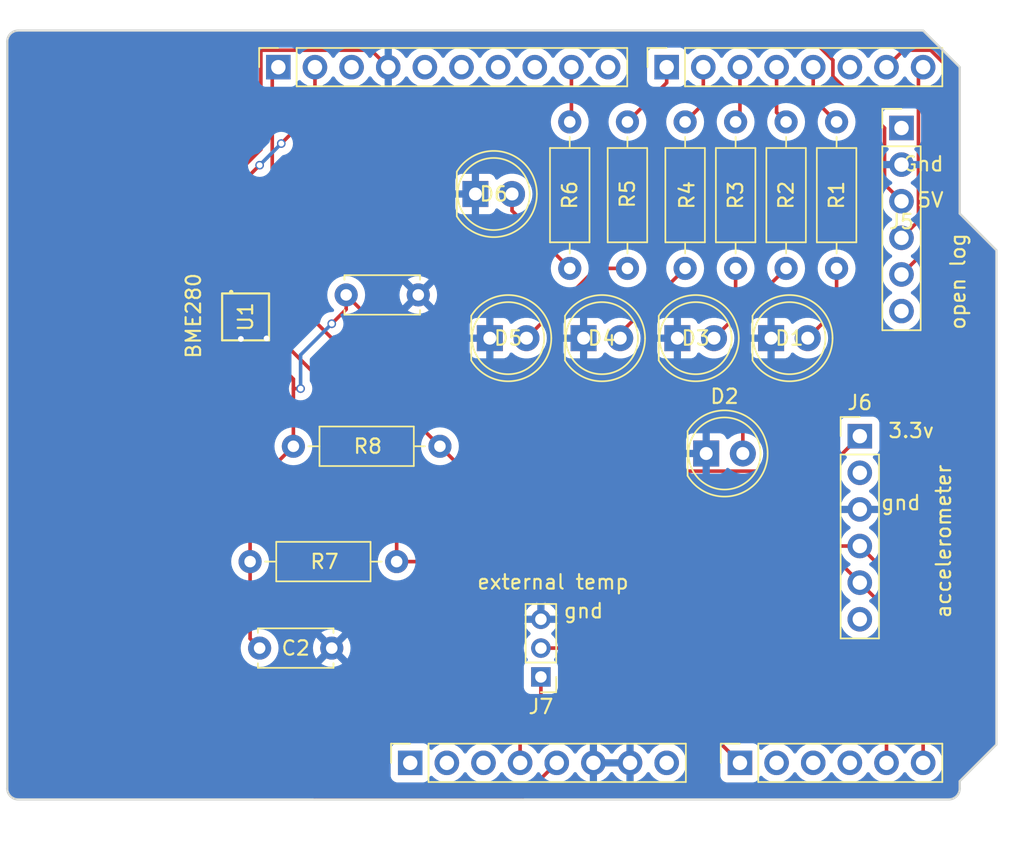
<source format=kicad_pcb>
(kicad_pcb (version 20240108) (generator "pcbnew") (generator_version "8.0")
  (title_block (date "mar. 31 mars 2015"))
  (layers (0 "F.Cu" signal) (31 "B.Cu" signal) (34 "B.Paste" user) (35 "F.Paste" user) (36 "B.SilkS" user "B.Silkscreen") (37 "F.SilkS" user "F.Silkscreen") (38 "B.Mask" user) (39 "F.Mask" user) (44 "Edge.Cuts" user))
  (net 0 "")
  (net 1 "GND")
  (net 3 "+5V")
  (net 4 "/IOREF")
  (net 5 "Net-(D1-A)")
  (net 6 "/A1")
  (net 7 "/A2")
  (net 8 "/A3")
  (net 9 "/SDA{slash}A4")
  (net 10 "/SCL{slash}A5")
  (net 11 "/13")
  (net 12 "/12")
  (net 13 "/AREF")
  (net 14 "/8")
  (net 15 "Net-(D2-A)")
  (net 16 "/*11")
  (net 17 "/*10")
  (net 18 "Net-(D3-A)")
  (net 19 "Net-(D4-A)")
  (net 20 "/2")
  (net 21 "Net-(D5-A)")
  (net 22 "Net-(D6-A)")
  (net 23 "/Accelerometer LED")
  (net 24 "/External temp sensor")
  (net 25 "/RX openlog")
  (net 26 "+3V3")
  (net 27 "VCC")
  (net 28 "/~{RESET}")
  (net 29 "/Pressure LED")
  (net 30 "/Arduino on LED")
  (net 31 "/TX openlog")
  (net 32 "/Humidity LED")
  (net 33 "/Internal Temp LED")
  (net 34 "/External temp LED")
  (footprint "Connector_PinSocket_2.54mm:PinSocket_1x08_P2.54mm_Vertical" (layer "F.Cu") (at 127.94 97.46 90)
    (property "Reference" "J1" (hide yes))
    (property "Value" "Power")
    (fp_line (start 1.33 -1.33) (end 1.33 0) (stroke (width 0.12)) (layer "F.SilkS"))
    (fp_line (start 0 -1.33) (end 1.33 -1.33) (stroke (width 0.12)) (layer "F.SilkS"))
    (fp_line (start 1.33 1.27) (end 1.33 19.11) (stroke (width 0.12)) (layer "F.SilkS"))
    (fp_line (start -1.33 1.27) (end 1.33 1.27) (stroke (width 0.12)) (layer "F.SilkS"))
    (fp_line (start -1.33 1.27) (end -1.33 19.11) (stroke (width 0.12)) (layer "F.SilkS"))
    (fp_line (start -1.33 19.11) (end 1.33 19.11) (stroke (width 0.12)) (layer "F.SilkS"))
    (pad "1" thru_hole rect (at 0 0 90) (size 1.7 1.7) (drill 1) (layers "*.Cu" "*.Mask"))
    (pad "2" thru_hole oval (at 0 2.54 90) (size 1.7 1.7) (drill 1) (layers "*.Cu" "*.Mask") (net 4 "/IOREF"))
    (pad "3" thru_hole oval (at 0 5.08 90) (size 1.7 1.7) (drill 1) (layers "*.Cu" "*.Mask") (net 28 "/~{RESET}"))
    (pad "4" thru_hole oval (at 0 7.62 90) (size 1.7 1.7) (drill 1) (layers "*.Cu" "*.Mask") (net 26 "+3V3"))
    (pad "5" thru_hole oval (at 0 10.16 90) (size 1.7 1.7) (drill 1) (layers "*.Cu" "*.Mask") (net 3 "+5V"))
    (pad "6" thru_hole oval (at 0 12.7 90) (size 1.7 1.7) (drill 1) (layers "*.Cu" "*.Mask") (net 1 "GND"))
    (pad "7" thru_hole oval (at 0 15.24 90) (size 1.7 1.7) (drill 1) (layers "*.Cu" "*.Mask") (net 1 "GND"))
    (pad "8" thru_hole oval (at 0 17.78 90) (size 1.7 1.7) (drill 1) (layers "*.Cu" "*.Mask") (net 27 "VCC"))
  )
  (footprint "Connector_PinSocket_2.54mm:PinSocket_1x06_P2.54mm_Vertical" (layer "F.Cu") (at 150.8 97.46 90)
    (property "Reference" "J3" (hide yes))
    (property "Value" "Analog")
    (fp_line (start 1.33 -1.33) (end 1.33 0) (stroke (width 0.12)) (layer "F.SilkS"))
    (fp_line (start 0 -1.33) (end 1.33 -1.33) (stroke (width 0.12)) (layer "F.SilkS"))
    (fp_line (start 1.33 1.27) (end 1.33 14.03) (stroke (width 0.12)) (layer "F.SilkS"))
    (fp_line (start -1.33 1.27) (end 1.33 1.27) (stroke (width 0.12)) (layer "F.SilkS"))
    (fp_line (start -1.33 1.27) (end -1.33 14.03) (stroke (width 0.12)) (layer "F.SilkS"))
    (fp_line (start -1.33 14.03) (end 1.33 14.03) (stroke (width 0.12)) (layer "F.SilkS"))
    (pad "1" thru_hole rect (at 0 0 90) (size 1.7 1.7) (drill 1) (layers "*.Cu" "*.Mask") (net 24 "/External temp sensor"))
    (pad "2" thru_hole oval (at 0 2.54 90) (size 1.7 1.7) (drill 1) (layers "*.Cu" "*.Mask") (net 6 "/A1"))
    (pad "3" thru_hole oval (at 0 5.08 90) (size 1.7 1.7) (drill 1) (layers "*.Cu" "*.Mask") (net 7 "/A2"))
    (pad "4" thru_hole oval (at 0 7.62 90) (size 1.7 1.7) (drill 1) (layers "*.Cu" "*.Mask") (net 8 "/A3"))
    (pad "5" thru_hole oval (at 0 10.16 90) (size 1.7 1.7) (drill 1) (layers "*.Cu" "*.Mask") (net 9 "/SDA{slash}A4"))
    (pad "6" thru_hole oval (at 0 12.7 90) (size 1.7 1.7) (drill 1) (layers "*.Cu" "*.Mask") (net 10 "/SCL{slash}A5"))
  )
  (footprint "Connector_PinSocket_2.54mm:PinSocket_1x10_P2.54mm_Vertical" (layer "F.Cu") (at 118.796 49.2 90)
    (property "Reference" "J2" (hide yes))
    (property "Value" "Digital/PWM")
    (fp_line (start 1.33 -1.33) (end 1.33 0) (stroke (width 0.12)) (layer "F.SilkS"))
    (fp_line (start 0 -1.33) (end 1.33 -1.33) (stroke (width 0.12)) (layer "F.SilkS"))
    (fp_line (start 1.33 1.27) (end 1.33 24.19) (stroke (width 0.12)) (layer "F.SilkS"))
    (fp_line (start -1.33 1.27) (end 1.33 1.27) (stroke (width 0.12)) (layer "F.SilkS"))
    (fp_line (start -1.33 1.27) (end -1.33 24.19) (stroke (width 0.12)) (layer "F.SilkS"))
    (fp_line (start -1.33 24.19) (end 1.33 24.19) (stroke (width 0.12)) (layer "F.SilkS"))
    (pad "1" thru_hole rect (at 0 0 90) (size 1.7 1.7) (drill 1) (layers "*.Cu" "*.Mask") (net 10 "/SCL{slash}A5"))
    (pad "2" thru_hole oval (at 0 2.54 90) (size 1.7 1.7) (drill 1) (layers "*.Cu" "*.Mask") (net 9 "/SDA{slash}A4"))
    (pad "3" thru_hole oval (at 0 5.08 90) (size 1.7 1.7) (drill 1) (layers "*.Cu" "*.Mask") (net 13 "/AREF"))
    (pad "4" thru_hole oval (at 0 7.62 90) (size 1.7 1.7) (drill 1) (layers "*.Cu" "*.Mask") (net 1 "GND"))
    (pad "5" thru_hole oval (at 0 10.16 90) (size 1.7 1.7) (drill 1) (layers "*.Cu" "*.Mask") (net 11 "/13"))
    (pad "6" thru_hole oval (at 0 12.7 90) (size 1.7 1.7) (drill 1) (layers "*.Cu" "*.Mask") (net 12 "/12"))
    (pad "7" thru_hole oval (at 0 15.24 90) (size 1.7 1.7) (drill 1) (layers "*.Cu" "*.Mask") (net 16 "/*11"))
    (pad "8" thru_hole oval (at 0 17.78 90) (size 1.7 1.7) (drill 1) (layers "*.Cu" "*.Mask") (net 17 "/*10"))
    (pad "9" thru_hole oval (at 0 20.32 90) (size 1.7 1.7) (drill 1) (layers "*.Cu" "*.Mask") (net 23 "/Accelerometer LED"))
    (pad "10" thru_hole oval (at 0 22.86 90) (size 1.7 1.7) (drill 1) (layers "*.Cu" "*.Mask") (net 14 "/8"))
  )
  (footprint "Connector_PinSocket_2.54mm:PinSocket_1x08_P2.54mm_Vertical" (layer "F.Cu") (at 145.72 49.2 90)
    (property "Reference" "J4" (hide yes))
    (property "Value" "Digital/PWM")
    (fp_line (start 1.33 -1.33) (end 1.33 0) (stroke (width 0.12)) (layer "F.SilkS"))
    (fp_line (start 0 -1.33) (end 1.33 -1.33) (stroke (width 0.12)) (layer "F.SilkS"))
    (fp_line (start 1.33 1.27) (end 1.33 19.11) (stroke (width 0.12)) (layer "F.SilkS"))
    (fp_line (start -1.33 1.27) (end 1.33 1.27) (stroke (width 0.12)) (layer "F.SilkS"))
    (fp_line (start -1.33 1.27) (end -1.33 19.11) (stroke (width 0.12)) (layer "F.SilkS"))
    (fp_line (start -1.33 19.11) (end 1.33 19.11) (stroke (width 0.12)) (layer "F.SilkS"))
    (pad "1" thru_hole rect (at 0 0 90) (size 1.7 1.7) (drill 1) (layers "*.Cu" "*.Mask") (net 29 "/Pressure LED"))
    (pad "2" thru_hole oval (at 0 2.54 90) (size 1.7 1.7) (drill 1) (layers "*.Cu" "*.Mask") (net 32 "/Humidity LED"))
    (pad "3" thru_hole oval (at 0 5.08 90) (size 1.7 1.7) (drill 1) (layers "*.Cu" "*.Mask") (net 34 "/External temp LED"))
    (pad "4" thru_hole oval (at 0 7.62 90) (size 1.7 1.7) (drill 1) (layers "*.Cu" "*.Mask") (net 33 "/Internal Temp LED"))
    (pad "5" thru_hole oval (at 0 10.16 90) (size 1.7 1.7) (drill 1) (layers "*.Cu" "*.Mask") (net 30 "/Arduino on LED"))
    (pad "6" thru_hole oval (at 0 12.7 90) (size 1.7 1.7) (drill 1) (layers "*.Cu" "*.Mask") (net 20 "/2"))
    (pad "7" thru_hole oval (at 0 15.24 90) (size 1.7 1.7) (drill 1) (layers "*.Cu" "*.Mask") (net 25 "/RX openlog"))
    (pad "8" thru_hole oval (at 0 17.78 90) (size 1.7 1.7) (drill 1) (layers "*.Cu" "*.Mask") (net 31 "/TX openlog"))
  )
  (footprint "LED_THT:LED_D5.0mm" (layer "F.Cu") (at 148.46 76)
    (property "Reference" "D2" (at 1.27 -3.96 0) (layer "F.SilkS"))
    (property "Value" "LED1")
    (fp_line (start -1.29 -1.545) (end -1.29 1.545) (stroke (width 0.12)) (layer "F.SilkS"))
    (fp_arc (start -1.29 -1.54483) (mid 2.071756 -2.880501) (end 4.26 -0.000048) (stroke (width 0.12)) (layer "F.SilkS"))
    (fp_arc (start 4.26 0.000048) (mid 2.071756 2.880501) (end -1.29 1.54483) (stroke (width 0.12)) (layer "F.SilkS"))
    (fp_circle (center 1.27 0) (end 3.77 0) (stroke (width 0.12)) (fill none) (layer "F.SilkS"))
    (pad "1" thru_hole rect (at 0 0) (size 1.8 1.8) (drill 0.9) (layers "*.Cu" "*.Mask") (net 1 "GND"))
    (pad "2" thru_hole circle (at 2.54 0) (size 1.8 1.8) (drill 0.9) (layers "*.Cu" "*.Mask") (net 15 "Net-(D2-A)"))
  )
  (footprint "BME280:DFN8_0p65_2p5SQ_BOS" (layer "F.Cu") (at 116.525001 66.524999 90)
    (property "Reference" "U1" (at 0 0 90) (layer "F.SilkS"))
    (property "Value" "BME280")
    (fp_line (start 1.6256 -1.6256) (end -1.6256 -1.6256) (stroke (width 0.1524)) (layer "F.SilkS"))
    (fp_line (start -1.6256 -1.6256) (end -1.6256 1.6256) (stroke (width 0.1524)) (layer "F.SilkS"))
    (fp_line (start 1.6256 1.6256) (end 1.6256 -1.6256) (stroke (width 0.1524)) (layer "F.SilkS"))
    (fp_line (start -1.6256 1.6256) (end 1.6256 1.6256) (stroke (width 0.1524)) (layer "F.SilkS"))
    (fp_circle (center 1.730215 -0.996348) (end 1.806415 -0.996348) (stroke (width 0.1524)) (fill none) (layer "F.SilkS"))
    (pad "1" smd rect (at 1.024999 -0.974999 90) (size 0.508 0.3556) (layers "F.Cu" "F.Paste" "F.Mask") (net 1 "GND"))
    (pad "2" smd rect (at 1.024999 -0.325001 90) (size 0.508 0.3556) (layers "F.Cu" "F.Paste" "F.Mask") (net 26 "+3V3"))
    (pad "3" smd rect (at 1.024999 0.325001 90) (size 0.508 0.3556) (layers "F.Cu" "F.Paste" "F.Mask") (net 9 "/SDA{slash}A4"))
    (pad "4" smd rect (at 1.024999 0.974999 90) (size 0.508 0.3556) (layers "F.Cu" "F.Paste" "F.Mask") (net 10 "/SCL{slash}A5"))
    (pad "5" smd rect (at -1.024999 0.974999 90) (size 0.508 0.3556) (layers "F.Cu" "F.Paste" "F.Mask") (net 1 "GND"))
    (pad "6" smd rect (at -1.024999 0.325001 90) (size 0.508 0.3556) (layers "F.Cu" "F.Paste" "F.Mask") (net 26 "+3V3"))
    (pad "7" smd rect (at -1.024999 -0.325001 90) (size 0.508 0.3556) (layers "F.Cu" "F.Paste" "F.Mask") (net 1 "GND"))
    (pad "8" smd rect (at -1.024999 -0.974999 90) (size 0.508 0.3556) (layers "F.Cu" "F.Paste" "F.Mask") (net 26 "+3V3"))
  )
  (footprint "Resistor_THT:R_Axial_DIN0207_L6.3mm_D2.5mm_P10.16mm_Horizontal" (layer "F.Cu") (at 157.5 53 -90)
    (property "Reference" "R1" (at 5.08 0 90) (layer "F.SilkS"))
    (property "Value" "330")
    (fp_line (start 1.81 1.37) (end 8.35 1.37) (stroke (width 0.12)) (layer "F.SilkS"))
    (fp_line (start 8.35 1.37) (end 8.35 -1.37) (stroke (width 0.12)) (layer "F.SilkS"))
    (fp_line (start 1.04 0) (end 1.81 0) (stroke (width 0.12)) (layer "F.SilkS"))
    (fp_line (start 9.12 0) (end 8.35 0) (stroke (width 0.12)) (layer "F.SilkS"))
    (fp_line (start 1.81 -1.37) (end 1.81 1.37) (stroke (width 0.12)) (layer "F.SilkS"))
    (fp_line (start 8.35 -1.37) (end 1.81 -1.37) (stroke (width 0.12)) (layer "F.SilkS"))
    (pad "1" thru_hole circle (at 0 0 270) (size 1.6 1.6) (drill 0.8) (layers "*.Cu" "*.Mask") (net 30 "/Arduino on LED"))
    (pad "2" thru_hole oval (at 10.16 0 270) (size 1.6 1.6) (drill 0.8) (layers "*.Cu" "*.Mask") (net 5 "Net-(D1-A)"))
  )
  (footprint "Capacitor_THT:C_Disc_D5.0mm_W2.5mm_P5.00mm" (layer "F.Cu") (at 117.5 89.5)
    (property "Reference" "C2" (at 2.5 0 0) (layer "F.SilkS"))
    (property "Value" "100nF")
    (fp_line (start -0.12 -1.37) (end -0.12 -1.055) (stroke (width 0.12)) (layer "F.SilkS"))
    (fp_line (start -0.12 -1.37) (end 5.12 -1.37) (stroke (width 0.12)) (layer "F.SilkS"))
    (fp_line (start -0.12 1.055) (end -0.12 1.37) (stroke (width 0.12)) (layer "F.SilkS"))
    (fp_line (start -0.12 1.37) (end 5.12 1.37) (stroke (width 0.12)) (layer "F.SilkS"))
    (fp_line (start 5.12 -1.37) (end 5.12 -1.055) (stroke (width 0.12)) (layer "F.SilkS"))
    (fp_line (start 5.12 1.055) (end 5.12 1.37) (stroke (width 0.12)) (layer "F.SilkS"))
    (pad "1" thru_hole circle (at 0 0) (size 1.6 1.6) (drill 0.8) (layers "*.Cu" "*.Mask") (net 26 "+3V3"))
    (pad "2" thru_hole circle (at 5 0) (size 1.6 1.6) (drill 0.8) (layers "*.Cu" "*.Mask") (net 1 "GND"))
  )
  (footprint "Resistor_THT:R_Axial_DIN0207_L6.3mm_D2.5mm_P10.16mm_Horizontal" (layer "F.Cu") (at 139 53 -90)
    (property "Reference" "R6" (at 5.08 0 90) (layer "F.SilkS"))
    (property "Value" "330")
    (fp_line (start 1.81 1.37) (end 8.35 1.37) (stroke (width 0.12)) (layer "F.SilkS"))
    (fp_line (start 8.35 1.37) (end 8.35 -1.37) (stroke (width 0.12)) (layer "F.SilkS"))
    (fp_line (start 1.04 0) (end 1.81 0) (stroke (width 0.12)) (layer "F.SilkS"))
    (fp_line (start 9.12 0) (end 8.35 0) (stroke (width 0.12)) (layer "F.SilkS"))
    (fp_line (start 1.81 -1.37) (end 1.81 1.37) (stroke (width 0.12)) (layer "F.SilkS"))
    (fp_line (start 8.35 -1.37) (end 1.81 -1.37) (stroke (width 0.12)) (layer "F.SilkS"))
    (pad "1" thru_hole circle (at 0 0 270) (size 1.6 1.6) (drill 0.8) (layers "*.Cu" "*.Mask") (net 23 "/Accelerometer LED"))
    (pad "2" thru_hole oval (at 10.16 0 270) (size 1.6 1.6) (drill 0.8) (layers "*.Cu" "*.Mask") (net 22 "Net-(D6-A)"))
  )
  (footprint "Resistor_THT:R_Axial_DIN0207_L6.3mm_D2.5mm_P10.16mm_Horizontal" (layer "F.Cu") (at 154 53 -90)
    (property "Reference" "R2" (at 5.08 0 90) (layer "F.SilkS"))
    (property "Value" "330")
    (fp_line (start 1.81 1.37) (end 8.35 1.37) (stroke (width 0.12)) (layer "F.SilkS"))
    (fp_line (start 8.35 1.37) (end 8.35 -1.37) (stroke (width 0.12)) (layer "F.SilkS"))
    (fp_line (start 1.04 0) (end 1.81 0) (stroke (width 0.12)) (layer "F.SilkS"))
    (fp_line (start 9.12 0) (end 8.35 0) (stroke (width 0.12)) (layer "F.SilkS"))
    (fp_line (start 1.81 -1.37) (end 1.81 1.37) (stroke (width 0.12)) (layer "F.SilkS"))
    (fp_line (start 8.35 -1.37) (end 1.81 -1.37) (stroke (width 0.12)) (layer "F.SilkS"))
    (pad "1" thru_hole circle (at 0 0 270) (size 1.6 1.6) (drill 0.8) (layers "*.Cu" "*.Mask") (net 33 "/Internal Temp LED"))
    (pad "2" thru_hole oval (at 10.16 0 270) (size 1.6 1.6) (drill 0.8) (layers "*.Cu" "*.Mask") (net 15 "Net-(D2-A)"))
  )
  (footprint "LED_THT:LED_D5.0mm" (layer "F.Cu") (at 152.96 68)
    (property "Reference" "D1" (at 1.27 0 0) (layer "F.SilkS"))
    (property "Value" "LED1")
    (fp_line (start -1.29 -1.545) (end -1.29 1.545) (stroke (width 0.12)) (layer "F.SilkS"))
    (fp_arc (start -1.29 -1.54483) (mid 2.071756 -2.880501) (end 4.26 -0.000048) (stroke (width 0.12)) (layer "F.SilkS"))
    (fp_arc (start 4.26 0.000048) (mid 2.071756 2.880501) (end -1.29 1.54483) (stroke (width 0.12)) (layer "F.SilkS"))
    (fp_circle (center 1.27 0) (end 3.77 0) (stroke (width 0.12)) (fill none) (layer "F.SilkS"))
    (pad "1" thru_hole rect (at 0 0) (size 1.8 1.8) (drill 0.9) (layers "*.Cu" "*.Mask") (net 1 "GND"))
    (pad "2" thru_hole circle (at 2.54 0) (size 1.8 1.8) (drill 0.9) (layers "*.Cu" "*.Mask") (net 5 "Net-(D1-A)"))
  )
  (footprint "Resistor_THT:R_Axial_DIN0207_L6.3mm_D2.5mm_P10.16mm_Horizontal" (layer "F.Cu") (at 116.84 83.5)
    (property "Reference" "R7" (at 5.16 0 0) (layer "F.SilkS"))
    (property "Value" "4.7k")
    (fp_line (start 1.04 0) (end 1.81 0) (stroke (width 0.12)) (layer "F.SilkS"))
    (fp_line (start 1.81 -1.37) (end 1.81 1.37) (stroke (width 0.12)) (layer "F.SilkS"))
    (fp_line (start 1.81 1.37) (end 8.35 1.37) (stroke (width 0.12)) (layer "F.SilkS"))
    (fp_line (start 8.35 -1.37) (end 1.81 -1.37) (stroke (width 0.12)) (layer "F.SilkS"))
    (fp_line (start 8.35 1.37) (end 8.35 -1.37) (stroke (width 0.12)) (layer "F.SilkS"))
    (fp_line (start 9.12 0) (end 8.35 0) (stroke (width 0.12)) (layer "F.SilkS"))
    (pad "1" thru_hole circle (at 0 0) (size 1.6 1.6) (drill 0.8) (layers "*.Cu" "*.Mask") (net 26 "+3V3"))
    (pad "2" thru_hole oval (at 10.16 0) (size 1.6 1.6) (drill 0.8) (layers "*.Cu" "*.Mask") (net 9 "/SDA{slash}A4"))
  )
  (footprint "Connector_PinHeader_2.00mm:PinHeader_1x03_P2.00mm_Vertical" (layer "F.Cu") (at 137 91.5 180)
    (property "Reference" "J7" (at 0 -2.06 180) (layer "F.SilkS"))
    (property "Value" "Conn_TMP36")
    (fp_line (start 1.06 1) (end 1.06 5.06) (stroke (width 0.12)) (layer "F.SilkS"))
    (fp_line (start -1.06 5.06) (end 1.06 5.06) (stroke (width 0.12)) (layer "F.SilkS"))
    (fp_line (start -1.06 1) (end 1.06 1) (stroke (width 0.12)) (layer "F.SilkS"))
    (fp_line (start -1.06 1) (end -1.06 5.06) (stroke (width 0.12)) (layer "F.SilkS"))
    (fp_line (start -1.06 0) (end -1.06 -1.06) (stroke (width 0.12)) (layer "F.SilkS"))
    (fp_line (start -1.06 -1.06) (end 0 -1.06) (stroke (width 0.12)) (layer "F.SilkS"))
    (pad "1" thru_hole rect (at 0 0 180) (size 1.35 1.35) (drill 0.8) (layers "*.Cu" "*.Mask") (net 26 "+3V3"))
    (pad "2" thru_hole oval (at 0 2 180) (size 1.35 1.35) (drill 0.8) (layers "*.Cu" "*.Mask") (net 24 "/External temp sensor"))
    (pad "3" thru_hole oval (at 0 4 180) (size 1.35 1.35) (drill 0.8) (layers "*.Cu" "*.Mask") (net 1 "GND"))
  )
  (footprint "Connector_PinHeader_2.54mm:PinHeader_1x06_P2.54mm_Vertical" (layer "F.Cu") (at 162 53.42)
    (property "Reference" "J5" (at 0 6.5 0) (layer "F.SilkS"))
    (property "Value" "CONN_Openlog")
    (fp_line (start -1.33 -1.33) (end 0 -1.33) (stroke (width 0.12)) (layer "F.SilkS"))
    (fp_line (start -1.33 0) (end -1.33 -1.33) (stroke (width 0.12)) (layer "F.SilkS"))
    (fp_line (start -1.33 1.27) (end -1.33 14.03) (stroke (width 0.12)) (layer "F.SilkS"))
    (fp_line (start -1.33 1.27) (end 1.33 1.27) (stroke (width 0.12)) (layer "F.SilkS"))
    (fp_line (start -1.33 14.03) (end 1.33 14.03) (stroke (width 0.12)) (layer "F.SilkS"))
    (fp_line (start 1.33 1.27) (end 1.33 14.03) (stroke (width 0.12)) (layer "F.SilkS"))
    (pad "1" thru_hole rect (at 0 0) (size 1.7 1.7) (drill 1) (layers "*.Cu" "*.Mask"))
    (pad "2" thru_hole oval (at 0 2.54) (size 1.7 1.7) (drill 1) (layers "*.Cu" "*.Mask") (net 1 "GND"))
    (pad "3" thru_hole oval (at 0 5.08) (size 1.7 1.7) (drill 1) (layers "*.Cu" "*.Mask") (net 3 "+5V"))
    (pad "4" thru_hole oval (at 0 7.62) (size 1.7 1.7) (drill 1) (layers "*.Cu" "*.Mask") (net 31 "/TX openlog"))
    (pad "5" thru_hole oval (at 0 10.16) (size 1.7 1.7) (drill 1) (layers "*.Cu" "*.Mask") (net 25 "/RX openlog"))
    (pad "6" thru_hole oval (at 0 12.7) (size 1.7 1.7) (drill 1) (layers "*.Cu" "*.Mask"))
  )
  (footprint "Resistor_THT:R_Axial_DIN0207_L6.3mm_D2.5mm_P10.16mm_Horizontal" (layer "F.Cu") (at 150.5 53 -90)
    (property "Reference" "R3" (at 5.08 0 90) (layer "F.SilkS"))
    (property "Value" "330")
    (fp_line (start 1.81 1.37) (end 8.35 1.37) (stroke (width 0.12)) (layer "F.SilkS"))
    (fp_line (start 8.35 1.37) (end 8.35 -1.37) (stroke (width 0.12)) (layer "F.SilkS"))
    (fp_line (start 1.04 0) (end 1.81 0) (stroke (width 0.12)) (layer "F.SilkS"))
    (fp_line (start 9.12 0) (end 8.35 0) (stroke (width 0.12)) (layer "F.SilkS"))
    (fp_line (start 1.81 -1.37) (end 1.81 1.37) (stroke (width 0.12)) (layer "F.SilkS"))
    (fp_line (start 8.35 -1.37) (end 1.81 -1.37) (stroke (width 0.12)) (layer "F.SilkS"))
    (pad "1" thru_hole circle (at 0 0 270) (size 1.6 1.6) (drill 0.8) (layers "*.Cu" "*.Mask") (net 34 "/External temp LED"))
    (pad "2" thru_hole oval (at 10.16 0 270) (size 1.6 1.6) (drill 0.8) (layers "*.Cu" "*.Mask") (net 18 "Net-(D3-A)"))
  )
  (footprint "Capacitor_THT:C_Disc_D5.0mm_W2.5mm_P5.00mm" (layer "F.Cu") (at 123.5 65)
    (property "Reference" "C1" (hide yes))
    (property "Value" "100nF")
    (fp_line (start -0.12 -1.37) (end -0.12 -1.055) (stroke (width 0.12)) (layer "F.SilkS"))
    (fp_line (start -0.12 -1.37) (end 5.12 -1.37) (stroke (width 0.12)) (layer "F.SilkS"))
    (fp_line (start -0.12 1.055) (end -0.12 1.37) (stroke (width 0.12)) (layer "F.SilkS"))
    (fp_line (start -0.12 1.37) (end 5.12 1.37) (stroke (width 0.12)) (layer "F.SilkS"))
    (fp_line (start 5.12 -1.37) (end 5.12 -1.055) (stroke (width 0.12)) (layer "F.SilkS"))
    (fp_line (start 5.12 1.055) (end 5.12 1.37) (stroke (width 0.12)) (layer "F.SilkS"))
    (pad "1" thru_hole circle (at 0 0) (size 1.6 1.6) (drill 0.8) (layers "*.Cu" "*.Mask") (net 26 "+3V3"))
    (pad "2" thru_hole circle (at 5 0) (size 1.6 1.6) (drill 0.8) (layers "*.Cu" "*.Mask") (net 1 "GND"))
  )
  (footprint "LED_THT:LED_D5.0mm" (layer "F.Cu") (at 133.46 68)
    (property "Reference" "D5" (at 1.27 0 0) (layer "F.SilkS"))
    (property "Value" "LED1")
    (fp_line (start -1.29 -1.545) (end -1.29 1.545) (stroke (width 0.12)) (layer "F.SilkS"))
    (fp_arc (start -1.29 -1.54483) (mid 2.071756 -2.880501) (end 4.26 -0.000048) (stroke (width 0.12)) (layer "F.SilkS"))
    (fp_arc (start 4.26 0.000048) (mid 2.071756 2.880501) (end -1.29 1.54483) (stroke (width 0.12)) (layer "F.SilkS"))
    (fp_circle (center 1.27 0) (end 3.77 0) (stroke (width 0.12)) (fill none) (layer "F.SilkS"))
    (pad "1" thru_hole rect (at 0 0) (size 1.8 1.8) (drill 0.9) (layers "*.Cu" "*.Mask") (net 1 "GND"))
    (pad "2" thru_hole circle (at 2.54 0) (size 1.8 1.8) (drill 0.9) (layers "*.Cu" "*.Mask") (net 21 "Net-(D5-A)"))
  )
  (footprint "LED_THT:LED_D5.0mm" (layer "F.Cu") (at 146.46 68)
    (property "Reference" "D3" (at 1.27 0 0) (layer "F.SilkS"))
    (property "Value" "LED1")
    (fp_line (start -1.29 -1.545) (end -1.29 1.545) (stroke (width 0.12)) (layer "F.SilkS"))
    (fp_arc (start -1.29 -1.54483) (mid 2.071756 -2.880501) (end 4.26 -0.000048) (stroke (width 0.12)) (layer "F.SilkS"))
    (fp_arc (start 4.26 0.000048) (mid 2.071756 2.880501) (end -1.29 1.54483) (stroke (width 0.12)) (layer "F.SilkS"))
    (fp_circle (center 1.27 0) (end 3.77 0) (stroke (width 0.12)) (fill none) (layer "F.SilkS"))
    (pad "1" thru_hole rect (at 0 0) (size 1.8 1.8) (drill 0.9) (layers "*.Cu" "*.Mask") (net 1 "GND"))
    (pad "2" thru_hole circle (at 2.54 0) (size 1.8 1.8) (drill 0.9) (layers "*.Cu" "*.Mask") (net 18 "Net-(D3-A)"))
  )
  (footprint "Resistor_THT:R_Axial_DIN0207_L6.3mm_D2.5mm_P10.16mm_Horizontal" (layer "F.Cu") (at 143 53 -90)
    (property "Reference" "R5" (at 5 0 90) (layer "F.SilkS"))
    (property "Value" "330")
    (fp_line (start 1.81 1.37) (end 8.35 1.37) (stroke (width 0.12)) (layer "F.SilkS"))
    (fp_line (start 8.35 1.37) (end 8.35 -1.37) (stroke (width 0.12)) (layer "F.SilkS"))
    (fp_line (start 1.04 0) (end 1.81 0) (stroke (width 0.12)) (layer "F.SilkS"))
    (fp_line (start 9.12 0) (end 8.35 0) (stroke (width 0.12)) (layer "F.SilkS"))
    (fp_line (start 1.81 -1.37) (end 1.81 1.37) (stroke (width 0.12)) (layer "F.SilkS"))
    (fp_line (start 8.35 -1.37) (end 1.81 -1.37) (stroke (width 0.12)) (layer "F.SilkS"))
    (pad "1" thru_hole circle (at 0 0 270) (size 1.6 1.6) (drill 0.8) (layers "*.Cu" "*.Mask") (net 29 "/Pressure LED"))
    (pad "2" thru_hole oval (at 10.16 0 270) (size 1.6 1.6) (drill 0.8) (layers "*.Cu" "*.Mask") (net 21 "Net-(D5-A)"))
  )
  (footprint "LED_THT:LED_D5.0mm" (layer "F.Cu") (at 132.46 58)
    (property "Reference" "D6" (at 1.27 0 0) (layer "F.SilkS"))
    (property "Value" "LED1")
    (fp_line (start -1.29 -1.545) (end -1.29 1.545) (stroke (width 0.12)) (layer "F.SilkS"))
    (fp_arc (start -1.29 -1.54483) (mid 2.071756 -2.880501) (end 4.26 -0.000048) (stroke (width 0.12)) (layer "F.SilkS"))
    (fp_arc (start 4.26 0.000048) (mid 2.071756 2.880501) (end -1.29 1.54483) (stroke (width 0.12)) (layer "F.SilkS"))
    (fp_circle (center 1.27 0) (end 3.77 0) (stroke (width 0.12)) (fill none) (layer "F.SilkS"))
    (pad "1" thru_hole rect (at 0 0) (size 1.8 1.8) (drill 0.9) (layers "*.Cu" "*.Mask") (net 1 "GND"))
    (pad "2" thru_hole circle (at 2.54 0) (size 1.8 1.8) (drill 0.9) (layers "*.Cu" "*.Mask") (net 22 "Net-(D6-A)"))
  )
  (footprint "LED_THT:LED_D5.0mm" (layer "F.Cu") (at 139.96 68)
    (property "Reference" "D4" (at 1.27 0 0) (layer "F.SilkS"))
    (property "Value" "LED1")
    (fp_line (start -1.29 -1.545) (end -1.29 1.545) (stroke (width 0.12)) (layer "F.SilkS"))
    (fp_arc (start -1.29 -1.54483) (mid 2.071756 -2.880501) (end 4.26 -0.000048) (stroke (width 0.12)) (layer "F.SilkS"))
    (fp_arc (start 4.26 0.000048) (mid 2.071756 2.880501) (end -1.29 1.54483) (stroke (width 0.12)) (layer "F.SilkS"))
    (fp_circle (center 1.27 0) (end 3.77 0) (stroke (width 0.12)) (fill none) (layer "F.SilkS"))
    (pad "1" thru_hole rect (at 0 0) (size 1.8 1.8) (drill 0.9) (layers "*.Cu" "*.Mask") (net 1 "GND"))
    (pad "2" thru_hole circle (at 2.54 0) (size 1.8 1.8) (drill 0.9) (layers "*.Cu" "*.Mask") (net 19 "Net-(D4-A)"))
  )
  (footprint "Resistor_THT:R_Axial_DIN0207_L6.3mm_D2.5mm_P10.16mm_Horizontal" (layer "F.Cu") (at 147 53 -90)
    (property "Reference" "R4" (at 5.08 -0.13 90) (layer "F.SilkS"))
    (property "Value" "330")
    (fp_line (start 1.81 1.37) (end 8.35 1.37) (stroke (width 0.12)) (layer "F.SilkS"))
    (fp_line (start 8.35 1.37) (end 8.35 -1.37) (stroke (width 0.12)) (layer "F.SilkS"))
    (fp_line (start 1.04 0) (end 1.81 0) (stroke (width 0.12)) (layer "F.SilkS"))
    (fp_line (start 9.12 0) (end 8.35 0) (stroke (width 0.12)) (layer "F.SilkS"))
    (fp_line (start 1.81 -1.37) (end 1.81 1.37) (stroke (width 0.12)) (layer "F.SilkS"))
    (fp_line (start 8.35 -1.37) (end 1.81 -1.37) (stroke (width 0.12)) (layer "F.SilkS"))
    (pad "1" thru_hole circle (at 0 0 270) (size 1.6 1.6) (drill 0.8) (layers "*.Cu" "*.Mask") (net 32 "/Humidity LED"))
    (pad "2" thru_hole oval (at 10.16 0 270) (size 1.6 1.6) (drill 0.8) (layers "*.Cu" "*.Mask") (net 19 "Net-(D4-A)"))
  )
  (footprint "Resistor_THT:R_Axial_DIN0207_L6.3mm_D2.5mm_P10.16mm_Horizontal" (layer "F.Cu") (at 119.84 75.5)
    (property "Reference" "R8" (at 5.16 0 0) (layer "F.SilkS"))
    (property "Value" "4.7k")
    (fp_line (start 1.04 0) (end 1.81 0) (stroke (width 0.12)) (layer "F.SilkS"))
    (fp_line (start 1.81 -1.37) (end 1.81 1.37) (stroke (width 0.12)) (layer "F.SilkS"))
    (fp_line (start 1.81 1.37) (end 8.35 1.37) (stroke (width 0.12)) (layer "F.SilkS"))
    (fp_line (start 8.35 -1.37) (end 1.81 -1.37) (stroke (width 0.12)) (layer "F.SilkS"))
    (fp_line (start 8.35 1.37) (end 8.35 -1.37) (stroke (width 0.12)) (layer "F.SilkS"))
    (fp_line (start 9.12 0) (end 8.35 0) (stroke (width 0.12)) (layer "F.SilkS"))
    (pad "1" thru_hole circle (at 0 0) (size 1.6 1.6) (drill 0.8) (layers "*.Cu" "*.Mask") (net 26 "+3V3"))
    (pad "2" thru_hole oval (at 10.16 0) (size 1.6 1.6) (drill 0.8) (layers "*.Cu" "*.Mask") (net 10 "/SCL{slash}A5"))
  )
  (footprint "Connector_PinHeader_2.54mm:PinHeader_1x06_P2.54mm_Vertical" (layer "F.Cu") (at 159.11 74.8)
    (property "Reference" "J6" (at 0 -2.33 0) (layer "F.SilkS"))
    (property "Value" "CONN_Accelerometer")
    (fp_line (start -1.33 -1.33) (end 0 -1.33) (stroke (width 0.12)) (layer "F.SilkS"))
    (fp_line (start -1.33 0) (end -1.33 -1.33) (stroke (width 0.12)) (layer "F.SilkS"))
    (fp_line (start -1.33 1.27) (end -1.33 14.03) (stroke (width 0.12)) (layer "F.SilkS"))
    (fp_line (start -1.33 1.27) (end 1.33 1.27) (stroke (width 0.12)) (layer "F.SilkS"))
    (fp_line (start -1.33 14.03) (end 1.33 14.03) (stroke (width 0.12)) (layer "F.SilkS"))
    (fp_line (start 1.33 1.27) (end 1.33 14.03) (stroke (width 0.12)) (layer "F.SilkS"))
    (pad "1" thru_hole rect (at 0 0) (size 1.7 1.7) (drill 1) (layers "*.Cu" "*.Mask") (net 26 "+3V3"))
    (pad "2" thru_hole oval (at 0 2.54) (size 1.7 1.7) (drill 1) (layers "*.Cu" "*.Mask"))
    (pad "3" thru_hole oval (at 0 5.08) (size 1.7 1.7) (drill 1) (layers "*.Cu" "*.Mask") (net 1 "GND"))
    (pad "4" thru_hole oval (at 0 7.62) (size 1.7 1.7) (drill 1) (layers "*.Cu" "*.Mask") (net 10 "/SCL{slash}A5"))
    (pad "5" thru_hole oval (at 0 10.16) (size 1.7 1.7) (drill 1) (layers "*.Cu" "*.Mask") (net 9 "/SDA{slash}A4"))
    (pad "6" thru_hole oval (at 0 12.7) (size 1.7 1.7) (drill 1) (layers "*.Cu" "*.Mask"))
  )
  (gr_line (start 166.04 59.36) (end 168.58 61.9) (stroke (width 0.15)) (layer "Edge.Cuts"))
  (gr_line (start 100 99.238) (end 100 47.422) (stroke (width 0.15)) (layer "Edge.Cuts"))
  (gr_line (start 168.58 61.9) (end 168.58 96.19) (stroke (width 0.15)) (layer "Edge.Cuts"))
  (gr_line (start 165.278 100) (end 100.762 100) (stroke (width 0.15)) (layer "Edge.Cuts"))
  (gr_line (start 100.762 46.66) (end 163.5 46.66) (stroke (width 0.15)) (layer "Edge.Cuts"))
  (gr_arc (start 100.762 100) (mid 100.223185 99.776815) (end 100 99.238) (stroke (width 0.15)) (layer "Edge.Cuts"))
  (gr_line (start 168.58 96.19) (end 166.04 98.73) (stroke (width 0.15)) (layer "Edge.Cuts"))
  (gr_line (start 163.5 46.66) (end 166.04 49.2) (stroke (width 0.15)) (layer "Edge.Cuts"))
  (gr_arc (start 166.04 99.238) (mid 165.816815 99.776815) (end 165.278 100) (stroke (width 0.15)) (layer "Edge.Cuts"))
  (gr_line (start 166.04 49.2) (end 166.04 59.36) (stroke (width 0.15)) (layer "Edge.Cuts"))
  (gr_line (start 166.04 98.73) (end 166.04 99.238) (stroke (width 0.15)) (layer "Edge.Cuts"))
  (gr_arc (start 100 47.422) (mid 100.223185 46.883185) (end 100.762 46.66) (stroke (width 0.15)) (layer "Edge.Cuts"))
  (gr_text "3.3v" (at 161 75 0) (layer "F.SilkS") (effects (font (size 1 1)) (justify left bottom)))
  (gr_text "external temp" (at 132.5 85.5 0) (layer "F.SilkS") (effects (font (size 1 1)) (justify left bottom)))
  (gr_text "gnd" (at 138.5 87.5 0) (layer "F.SilkS") (effects (font (size 1 1)) (justify left bottom)))
  (gr_text "gnd" (at 160.5 80 0) (layer "F.SilkS") (effects (font (size 1 1)) (justify left bottom)))
  (gr_text "open log" (at 166.5 67.5 90) (layer "F.SilkS") (effects (font (size 1 1)) (justify left bottom)))
  (gr_text "BME280" (at 113.5 69.5 90) (layer "F.SilkS") (effects (font (size 1 1)) (justify left bottom)))
  (gr_text "5V" (at 163 59 0) (layer "F.SilkS") (effects (font (size 1 1)) (justify left bottom)))
  (gr_text "Gnd" (at 162 56.5 0) (layer "F.SilkS") (effects (font (size 1 1)) (justify left bottom)))
  (gr_text "accelerometer\n" (at 165.5 87.5 90) (layer "F.SilkS") (effects (font (size 1 1)) (justify left bottom)))
  (segment (start 117.586 48.025) (end 117.586 54.914) (width 0.25) (layer "F.Cu") (net 1))
  (segment (start 115.550002 56.949998) (end 115.550002 64.5) (width 0.25) (layer "F.Cu") (net 1))
  (segment (start 115.753998 68.5) (end 115.418204 68.5) (width 0.25) (layer "F.Cu") (net 1))
  (segment (start 115.876999 68.376999) (end 115.753998 68.5) (width 0.25) (layer "F.Cu") (net 1))
  (segment (start 117.586 54.914) (end 115.550002 56.949998) (width 0.25) (layer "F.Cu") (net 1))
  (segment (start 116.2 68.053998) (end 115.876999 68.376999) (width 0.25) (layer "F.Cu") (net 1))
  (segment (start 126.416 49.2) (end 125.241 48.025) (width 0.25) (layer "F.Cu") (net 1))
  (segment (start 115.418204 68.5) (end 115 68.081796) (width 0.25) (layer "F.Cu") (net 1))
  (segment (start 117.512116 67.549998) (end 117.981059 68.018941) (width 0.25) (layer "F.Cu") (net 1))
  (segment (start 115 68.081796) (end 115 65.050002) (width 0.25) (layer "F.Cu") (net 1))
  (segment (start 125.241 48.025) (end 117.586 48.025) (width 0.25) (layer "F.Cu") (net 1))
  (segment (start 115.550002 64.5) (end 115.550002 65.5) (width 0.25) (layer "F.Cu") (net 1))
  (segment (start 116.2 67.549998) (end 116.2 68.053998) (width 0.25) (layer "F.Cu") (net 1))
  (segment (start 115 65.050002) (end 115.550002 64.5) (width 0.25) (layer "F.Cu") (net 1))
  (segment (start 117.5 67.549998) (end 117.512116 67.549998) (width 0.25) (layer "F.Cu") (net 1))
  (via (at 116.2 68.053998) (size 0.6) (drill 0.4) (layers "F.Cu" "B.Cu") (net 1))
  (via (at 117.981059 68.018941) (size 0.6) (drill 0.4) (layers "F.Cu" "B.Cu") (net 1))
  (segment (start 160.825 53.42604) (end 157.245 49.84604) (width 0.25) (layer "F.Cu") (net 3))
  (segment (start 114.55 93.05) (end 121.3 99.8) (width 0.25) (layer "F.Cu") (net 3))
  (segment (start 160.825 57.325) (end 160.825 53.42604) (width 0.25) (layer "F.Cu") (net 3))
  (segment (start 162 58.5) (end 160.825 57.325) (width 0.25) (layer "F.Cu") (net 3))
  (segment (start 157.245 49.84604) (end 157.245 48.713299) (width 0.25) (layer "F.Cu") (net 3))
  (segment (start 114.55 47.475) (end 114.55 93.05) (width 0.25) (layer "F.Cu") (net 3))
  (segment (start 135.76 99.8) (end 138.1 97.46) (width 0.25) (layer "F.Cu") (net 3))
  (segment (start 157.245 48.713299) (end 155.556701 47.025) (width 0.25) (layer "F.Cu") (net 3))
  (segment (start 114.55 47.475) (end 155.106701 47.475) (width 0.25) (layer "F.Cu") (net 3))
  (segment (start 121.3 99.8) (end 135.76 99.8) (width 0.25) (layer "F.Cu") (net 3))
  (segment (start 155.106701 47.475) (end 155.556701 47.025) (width 0.25) (layer "F.Cu") (net 3))
  (segment (start 157.5 66) (end 155.5 68) (width 0.25) (layer "F.Cu") (net 5))
  (segment (start 157.5 63.16) (end 157.5 66) (width 0.25) (layer "F.Cu") (net 5))
  (segment (start 119 54.5) (end 121.336 52.164) (width 0.25) (layer "F.Cu") (net 9))
  (segment (start 127 83.5) (end 157.65 83.5) (width 0.25) (layer "F.Cu") (net 9))
  (segment (start 159.11 84.96) (end 160.96 86.81) (width 0.25) (layer "F.Cu") (net 9))
  (segment (start 116.850002 56.649998) (end 117.5 56) (width 0.25) (layer "F.Cu") (net 9))
  (segment (start 160.96 86.81) (end 160.96 97.46) (width 0.25) (layer "F.Cu") (net 9))
  (segment (start 116.850002 65.5) (end 116.850002 56.649998) (width 0.25) (layer "F.Cu") (net 9))
  (segment (start 121.336 52.164) (end 121.336 49.2) (width 0.25) (layer "F.Cu") (net 9))
  (segment (start 116.850002 66.004) (end 127 76.153998) (width 0.25) (layer "F.Cu") (net 9))
  (segment (start 127 76.153998) (end 127 83.5) (width 0.25) (layer "F.Cu") (net 9))
  (segment (start 157.65 83.5) (end 159.11 84.96) (width 0.25) (layer "F.Cu") (net 9))
  (segment (start 116.850002 65.5) (end 116.850002 66.004) (width 0.25) (layer "F.Cu") (net 9))
  (via (at 119 54.5) (size 0.6) (drill 0.4) (layers "F.Cu" "B.Cu") (net 9))
  (via (at 117.5 56) (size 0.6) (drill 0.4) (layers "F.Cu" "B.Cu") (net 9))
  (segment (start 117.5 56) (end 119 54.5) (width 0.25) (layer "B.Cu") (net 9))
  (segment (start 118.375 49.621) (end 118.375 64.625) (width 0.25) (layer "F.Cu") (net 10))
  (segment (start 118.375 64.625) (end 119.125 64.625) (width 0.25) (layer "F.Cu") (net 10))
  (segment (start 119.125 64.625) (end 130 75.5) (width 0.25) (layer "F.Cu") (net 10))
  (segment (start 163.5 86.81) (end 159.11 82.42) (width 0.25) (layer "F.Cu") (net 10))
  (segment (start 130 75.5) (end 136.92 82.42) (width 0.25) (layer "F.Cu") (net 10))
  (segment (start 118.375 64.625) (end 117.5 65.5) (width 0.25) (layer "F.Cu") (net 10))
  (segment (start 118.796 49.2) (end 118.375 49.621) (width 0.25) (layer "F.Cu") (net 10))
  (segment (start 136.92 82.42) (end 159.11 82.42) (width 0.25) (layer "F.Cu") (net 10))
  (segment (start 163.5 97.46) (end 163.5 86.81) (width 0.25) (layer "F.Cu") (net 10))
  (segment (start 154 63.16) (end 151 66.16) (width 0.25) (layer "F.Cu") (net 15))
  (segment (start 151 66.16) (end 151 76) (width 0.25) (layer "F.Cu") (net 15))
  (segment (start 150.5 66.5) (end 149 68) (width 0.25) (layer "F.Cu") (net 18))
  (segment (start 150.5 63.16) (end 150.5 66.5) (width 0.25) (layer "F.Cu") (net 18))
  (segment (start 147 63.16) (end 142.5 67.66) (width 0.25) (layer "F.Cu") (net 19))
  (segment (start 142.5 67.66) (end 142.5 68) (width 0.25) (layer "F.Cu") (net 19))
  (segment (start 140.84 63.16) (end 136 68) (width 0.25) (layer "F.Cu") (net 21))
  (segment (start 143 63.16) (end 140.84 63.16) (width 0.25) (layer "F.Cu") (net 21))
  (segment (start 135 59.16) (end 139 63.16) (width 0.25) (layer "F.Cu") (net 22))
  (segment (start 135 58) (end 135 59.16) (width 0.25) (layer "F.Cu") (net 22))
  (segment (start 139.116 49.2) (end 139.116 52.884) (width 0.25) (layer "F.Cu") (net 23))
  (segment (start 139.116 52.884) (end 139 53) (width 0.25) (layer "F.Cu") (net 23))
  (segment (start 137 89.5) (end 142.84 89.5) (width 0.25) (layer "F.Cu") (net 24))
  (segment (start 142.84 89.5) (end 150.8 97.46) (width 0.25) (layer "F.Cu") (net 24))
  (segment (start 164.025 48.025) (end 165 49) (width 0.25) (layer "F.Cu") (net 25))
  (segment (start 165 49) (end 165 60.58) (width 0.25) (layer "F.Cu") (net 25))
  (segment (start 162.135 48.025) (end 164.025 48.025) (width 0.25) (layer "F.Cu") (net 25))
  (segment (start 160.96 49.2) (end 162.135 48.025) (width 0.25) (layer "F.Cu") (net 25))
  (segment (start 160.96 49.2) (end 161.2 49.2) (width 0.25) (layer "F.Cu") (net 25))
  (segment (start 165 60.58) (end 162 63.58) (width 0.25) (layer "F.Cu") (net 25))
  (segment (start 116.84 78.5) (end 119.84 75.5) (width 0.25) (layer "F.Cu") (net 26))
  (segment (start 116.850002 67.549998) (end 116.850002 67.1182) (width 0.25) (layer "F.Cu") (net 26))
  (segment (start 135.56 97.46) (end 135.56 95.5) (width 0.25) (layer "F.Cu") (net 26))
  (segment (start 116.850002 67.850002) (end 119.84 70.84) (width 0.25) (layer "F.Cu") (net 26))
  (segment (start 116.84 83.5) (end 116.84 87) (width 0.25) (layer "F.Cu") (net 26))
  (segment (start 119.84 70.84) (end 119.84 71.5) (width 0.25) (layer "F.Cu") (net 26))
  (segment (start 159.11 74.8) (end 156.685 77.225) (width 0.25) (layer "F.Cu") (net 26))
  (segment (start 116.84 87) (end 127.06 87) (width 0.25) (layer "F.Cu") (net 26))
  (segment (start 137 94.06) (end 135.56 95.5) (width 0.25) (layer "F.Cu") (net 26))
  (segment (start 123.5 65) (end 123.5 66) (width 0.25) (layer "F.Cu") (net 26))
  (segment (start 116.2 65.5) (end 116.2 66.468198) (width 0.25) (layer "F.Cu") (net 26))
  (segment (start 115.550002 67.118196) (end 115.550002 67.549998) (width 0.25) (layer "F.Cu") (net 26))
  (segment (start 116.84 83.5) (end 116.84 78.5) (width 0.25) (layer "F.Cu") (net 26))
  (segment (start 119.84 71.5) (end 119.84 75.5) (width 0.25) (layer "F.Cu") (net 26))
  (segment (start 137 91.5) (end 137 94.06) (width 0.25) (layer "F.Cu") (net 26))
  (segment (start 116.84 88.84) (end 117.5 89.5) (width 0.25) (layer "F.Cu") (net 26))
  (segment (start 116.2 66.468198) (end 115.550002 67.118196) (width 0.25) (layer "F.Cu") (net 26))
  (segment (start 120.34 71.5) (end 119.84 71.5) (width 0.25) (layer "F.Cu") (net 26))
  (segment (start 135.725 77.225) (end 123.5 65) (width 0.25) (layer "F.Cu") (net 26))
  (segment (start 116.850002 67.549998) (end 116.850002 67.850002) (width 0.25) (layer "F.Cu") (net 26))
  (segment (start 123.5 66) (end 122.5 67) (width 0.25) (layer "F.Cu") (net 26))
  (segment (start 116.850002 67.1182) (end 116.2 66.468198) (width 0.25) (layer "F.Cu") (net 26))
  (segment (start 156.685 77.225) (end 135.725 77.225) (width 0.25) (layer "F.Cu") (net 26))
  (segment (start 127.06 87) (end 135.56 95.5) (width 0.25) (layer "F.Cu") (net 26))
  (segment (start 116.84 87) (end 116.84 88.84) (width 0.25) (layer "F.Cu") (net 26))
  (via (at 120.34 71.5) (size 0.6) (drill 0.4) (layers "F.Cu" "B.Cu") (net 26))
  (via (at 122.5 67) (size 0.6) (drill 0.4) (layers "F.Cu" "B.Cu") (net 26))
  (segment (start 122.5 67) (end 120.34 69.16) (width 0.25) (layer "B.Cu") (net 26))
  (segment (start 120.34 69.16) (end 120.34 71.5) (width 0.25) (layer "B.Cu") (net 26))
  (segment (start 145.72 50.28) (end 143 53) (width 0.25) (layer "F.Cu") (net 29))
  (segment (start 145.72 49.2) (end 145.72 50.28) (width 0.25) (layer "F.Cu") (net 29))
  (segment (start 155.88 51.38) (end 157.5 53) (width 0.25) (layer "F.Cu") (net 30))
  (segment (start 155.88 49.2) (end 155.88 51.38) (width 0.25) (layer "F.Cu") (net 30))
  (segment (start 163.175 59.865) (end 162 61.04) (width 0.25) (layer "F.Cu") (net 31))
  (segment (start 163.175 49.525) (end 163.175 59.865) (width 0.25) (layer "F.Cu") (net 31))
  (segment (start 163.5 49.2) (end 163.175 49.525) (width 0.25) (layer "F.Cu") (net 31))
  (segment (start 148.26 51.74) (end 147 53) (width 0.25) (layer "F.Cu") (net 32))
  (segment (start 148.26 49.2) (end 148.26 51.74) (width 0.25) (layer "F.Cu") (net 32))
  (segment (start 153.34 49.2) (end 153.34 52.34) (width 0.25) (layer "F.Cu") (net 33))
  (segment (start 153.34 52.34) (end 154 53) (width 0.25) (layer "F.Cu") (net 33))
  (segment (start 150.8 52.7) (end 150.5 53) (width 0.25) (layer "F.Cu") (net 34))
  (segment (start 150.8 49.2) (end 150.8 52.7) (width 0.25) (layer "F.Cu") (net 34))
  (zone (net 1) (net_name "GND") (layer "B.Cu") (connect_pads (clearance 0.508)) (min_thickness 0.25) (fill yes (thermal_gap 0.5) (thermal_bridge_width 0.5))
    (polygon (pts (xy 99.5 46) (xy 170.5 45) (xy 170 103) (xy 100 104.5) (xy 99.5 45.5)))
  )
)
</source>
